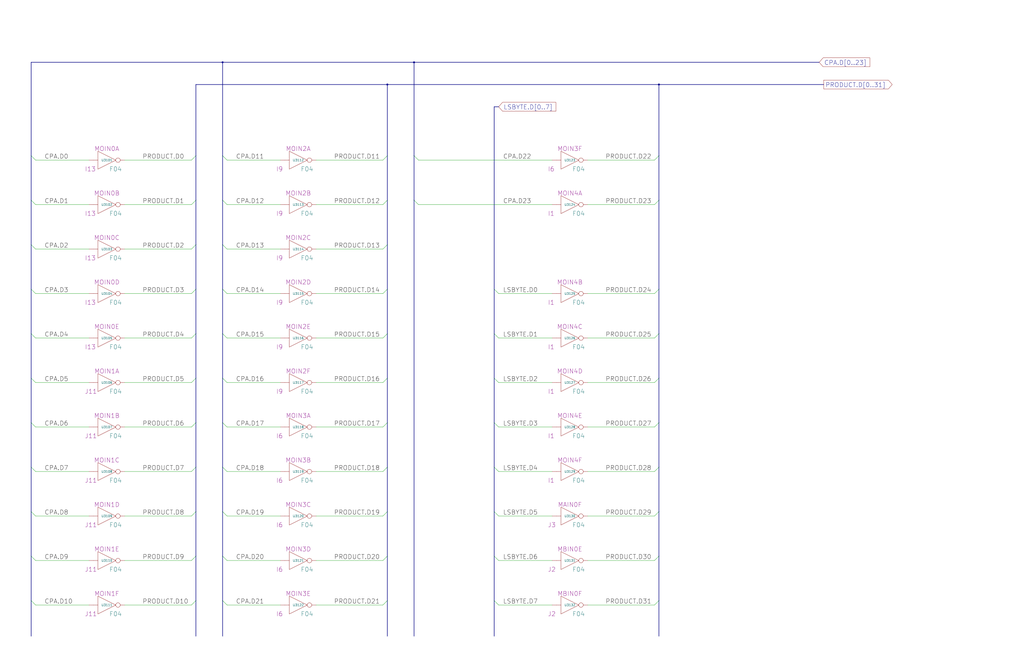
<source format=kicad_sch>
(kicad_sch (version 20211123) (generator eeschema)
  (paper "User" 584.2 378.46)
  (title_block (title "MULTIPLIER OUTPUT INVERTER") (date "22-MAR-90") (rev "1.0") (comment 1 "VALUE") (comment 2 "232-003063") (comment 3 "S400") (comment 4 "RELEASED"))
  (lib_symbols
    (symbol "r1000:F04" (pin_numbers hide) (pin_names hide)
      (property "Reference" "U" (at 0 0 0))
      (property "Value" "F04" (at 1.27 -5.08 0))
      (property "Location" "___" (at -12.7 -5.08 0))
      (property "Name" "______" (at 0 5.08 0))
      (symbol "F04_0_1"
        (polyline (pts (xy -7.62 0) (xy -5.08 0)) (stroke (width 0.1524)))
        (polyline (pts (xy -5.08 5.08) (xy -5.08 -5.08)) (stroke (width 0.1524)))
        (polyline (pts (xy 5.08 0) (xy -5.08 -5.08)) (stroke (width 0.1524)))
        (polyline (pts (xy 5.08 0) (xy -5.08 5.08)) (stroke (width 0.1524)))
        (circle (center 6.35 0) (radius 1.27) (stroke (width 0.1524)))
      )
      (symbol "F04_1_1"
        (pin input line (at -10.16 0 0) (length 2.54) (name "D") (number "1"))
        (pin output line (at 10.16 0 180) (length 2.54) (name "Q") (number "2"))
      )
    )
  )
  (bus (pts (xy 111.76 114.3) (xy 111.76 139.7)))
  (bus (pts (xy 111.76 139.7) (xy 111.76 165.1)))
  (bus (pts (xy 111.76 165.1) (xy 111.76 190.5)))
  (bus (pts (xy 111.76 190.5) (xy 111.76 215.9)))
  (bus (pts (xy 111.76 215.9) (xy 111.76 241.3)))
  (bus (pts (xy 111.76 241.3) (xy 111.76 266.7)))
  (bus (pts (xy 111.76 266.7) (xy 111.76 292.1)))
  (bus (pts (xy 111.76 292.1) (xy 111.76 317.5)))
  (bus (pts (xy 111.76 317.5) (xy 111.76 342.9)))
  (bus (pts (xy 111.76 342.9) (xy 111.76 363.22)))
  (bus (pts (xy 111.76 48.26) (xy 111.76 88.9)))
  (bus (pts (xy 111.76 48.26) (xy 220.98 48.26)))
  (bus (pts (xy 111.76 88.9) (xy 111.76 114.3)))
  (bus (pts (xy 127 114.3) (xy 127 139.7)))
  (bus (pts (xy 127 139.7) (xy 127 165.1)))
  (bus (pts (xy 127 165.1) (xy 127 190.5)))
  (bus (pts (xy 127 190.5) (xy 127 215.9)))
  (bus (pts (xy 127 215.9) (xy 127 241.3)))
  (bus (pts (xy 127 241.3) (xy 127 266.7)))
  (bus (pts (xy 127 266.7) (xy 127 292.1)))
  (bus (pts (xy 127 292.1) (xy 127 317.5)))
  (bus (pts (xy 127 317.5) (xy 127 342.9)))
  (bus (pts (xy 127 342.9) (xy 127 363.22)))
  (bus (pts (xy 127 35.56) (xy 127 88.9)))
  (bus (pts (xy 127 35.56) (xy 236.22 35.56)))
  (bus (pts (xy 127 88.9) (xy 127 114.3)))
  (bus (pts (xy 17.78 114.3) (xy 17.78 139.7)))
  (bus (pts (xy 17.78 139.7) (xy 17.78 165.1)))
  (bus (pts (xy 17.78 165.1) (xy 17.78 190.5)))
  (bus (pts (xy 17.78 190.5) (xy 17.78 215.9)))
  (bus (pts (xy 17.78 215.9) (xy 17.78 241.3)))
  (bus (pts (xy 17.78 241.3) (xy 17.78 266.7)))
  (bus (pts (xy 17.78 266.7) (xy 17.78 292.1)))
  (bus (pts (xy 17.78 292.1) (xy 17.78 317.5)))
  (bus (pts (xy 17.78 317.5) (xy 17.78 342.9)))
  (bus (pts (xy 17.78 342.9) (xy 17.78 363.22)))
  (bus (pts (xy 17.78 35.56) (xy 127 35.56)))
  (bus (pts (xy 17.78 35.56) (xy 17.78 88.9)))
  (bus (pts (xy 17.78 88.9) (xy 17.78 114.3)))
  (bus (pts (xy 220.98 114.3) (xy 220.98 139.7)))
  (bus (pts (xy 220.98 139.7) (xy 220.98 165.1)))
  (bus (pts (xy 220.98 165.1) (xy 220.98 190.5)))
  (bus (pts (xy 220.98 190.5) (xy 220.98 215.9)))
  (bus (pts (xy 220.98 215.9) (xy 220.98 241.3)))
  (bus (pts (xy 220.98 241.3) (xy 220.98 266.7)))
  (bus (pts (xy 220.98 266.7) (xy 220.98 292.1)))
  (bus (pts (xy 220.98 292.1) (xy 220.98 317.5)))
  (bus (pts (xy 220.98 317.5) (xy 220.98 342.9)))
  (bus (pts (xy 220.98 342.9) (xy 220.98 363.22)))
  (bus (pts (xy 220.98 48.26) (xy 220.98 88.9)))
  (bus (pts (xy 220.98 48.26) (xy 375.92 48.26)))
  (bus (pts (xy 220.98 88.9) (xy 220.98 114.3)))
  (bus (pts (xy 236.22 114.3) (xy 236.22 363.22)))
  (bus (pts (xy 236.22 35.56) (xy 236.22 88.9)))
  (bus (pts (xy 236.22 35.56) (xy 467.36 35.56)))
  (bus (pts (xy 236.22 88.9) (xy 236.22 114.3)))
  (bus (pts (xy 281.94 165.1) (xy 281.94 190.5)))
  (bus (pts (xy 281.94 190.5) (xy 281.94 215.9)))
  (bus (pts (xy 281.94 215.9) (xy 281.94 241.3)))
  (bus (pts (xy 281.94 241.3) (xy 281.94 266.7)))
  (bus (pts (xy 281.94 266.7) (xy 281.94 292.1)))
  (bus (pts (xy 281.94 292.1) (xy 281.94 317.5)))
  (bus (pts (xy 281.94 317.5) (xy 281.94 342.9)))
  (bus (pts (xy 281.94 342.9) (xy 281.94 363.22)))
  (bus (pts (xy 281.94 60.96) (xy 281.94 165.1)))
  (bus (pts (xy 281.94 60.96) (xy 284.48 60.96)))
  (bus (pts (xy 375.92 114.3) (xy 375.92 165.1)))
  (bus (pts (xy 375.92 165.1) (xy 375.92 190.5)))
  (bus (pts (xy 375.92 190.5) (xy 375.92 215.9)))
  (bus (pts (xy 375.92 215.9) (xy 375.92 241.3)))
  (bus (pts (xy 375.92 241.3) (xy 375.92 266.7)))
  (bus (pts (xy 375.92 266.7) (xy 375.92 292.1)))
  (bus (pts (xy 375.92 292.1) (xy 375.92 317.5)))
  (bus (pts (xy 375.92 317.5) (xy 375.92 342.9)))
  (bus (pts (xy 375.92 342.9) (xy 375.92 363.22)))
  (bus (pts (xy 375.92 48.26) (xy 375.92 88.9)))
  (bus (pts (xy 375.92 48.26) (xy 469.9 48.26)))
  (bus (pts (xy 375.92 88.9) (xy 375.92 114.3)))
  (wire (pts (xy 129.54 116.84) (xy 160.02 116.84)))
  (wire (pts (xy 129.54 142.24) (xy 160.02 142.24)))
  (wire (pts (xy 129.54 167.64) (xy 160.02 167.64)))
  (wire (pts (xy 129.54 193.04) (xy 160.02 193.04)))
  (wire (pts (xy 129.54 218.44) (xy 160.02 218.44)))
  (wire (pts (xy 129.54 243.84) (xy 160.02 243.84)))
  (wire (pts (xy 129.54 269.24) (xy 160.02 269.24)))
  (wire (pts (xy 129.54 294.64) (xy 160.02 294.64)))
  (wire (pts (xy 129.54 320.04) (xy 160.02 320.04)))
  (wire (pts (xy 129.54 345.44) (xy 160.02 345.44)))
  (wire (pts (xy 129.54 91.44) (xy 160.02 91.44)))
  (wire (pts (xy 180.34 116.84) (xy 218.44 116.84)))
  (wire (pts (xy 180.34 142.24) (xy 218.44 142.24)))
  (wire (pts (xy 180.34 167.64) (xy 218.44 167.64)))
  (wire (pts (xy 180.34 193.04) (xy 218.44 193.04)))
  (wire (pts (xy 180.34 218.44) (xy 218.44 218.44)))
  (wire (pts (xy 180.34 243.84) (xy 218.44 243.84)))
  (wire (pts (xy 180.34 269.24) (xy 218.44 269.24)))
  (wire (pts (xy 180.34 294.64) (xy 218.44 294.64)))
  (wire (pts (xy 180.34 320.04) (xy 218.44 320.04)))
  (wire (pts (xy 180.34 345.44) (xy 218.44 345.44)))
  (wire (pts (xy 180.34 91.44) (xy 218.44 91.44)))
  (wire (pts (xy 20.32 116.84) (xy 50.8 116.84)))
  (wire (pts (xy 20.32 142.24) (xy 50.8 142.24)))
  (wire (pts (xy 20.32 167.64) (xy 50.8 167.64)))
  (wire (pts (xy 20.32 193.04) (xy 50.8 193.04)))
  (wire (pts (xy 20.32 218.44) (xy 50.8 218.44)))
  (wire (pts (xy 20.32 243.84) (xy 50.8 243.84)))
  (wire (pts (xy 20.32 269.24) (xy 50.8 269.24)))
  (wire (pts (xy 20.32 294.64) (xy 50.8 294.64)))
  (wire (pts (xy 20.32 320.04) (xy 50.8 320.04)))
  (wire (pts (xy 20.32 345.44) (xy 50.8 345.44)))
  (wire (pts (xy 20.32 91.44) (xy 50.8 91.44)))
  (wire (pts (xy 238.76 116.84) (xy 314.96 116.84)))
  (wire (pts (xy 238.76 91.44) (xy 314.96 91.44)))
  (wire (pts (xy 284.48 167.64) (xy 314.96 167.64)))
  (wire (pts (xy 284.48 193.04) (xy 314.96 193.04)))
  (wire (pts (xy 284.48 218.44) (xy 314.96 218.44)))
  (wire (pts (xy 284.48 243.84) (xy 314.96 243.84)))
  (wire (pts (xy 284.48 269.24) (xy 314.96 269.24)))
  (wire (pts (xy 284.48 294.64) (xy 314.96 294.64)))
  (wire (pts (xy 284.48 320.04) (xy 314.96 320.04)))
  (wire (pts (xy 284.48 345.44) (xy 314.96 345.44)))
  (wire (pts (xy 335.28 116.84) (xy 373.38 116.84)))
  (wire (pts (xy 335.28 167.64) (xy 373.38 167.64)))
  (wire (pts (xy 335.28 193.04) (xy 373.38 193.04)))
  (wire (pts (xy 335.28 218.44) (xy 373.38 218.44)))
  (wire (pts (xy 335.28 243.84) (xy 373.38 243.84)))
  (wire (pts (xy 335.28 269.24) (xy 373.38 269.24)))
  (wire (pts (xy 335.28 294.64) (xy 373.38 294.64)))
  (wire (pts (xy 335.28 320.04) (xy 373.38 320.04)))
  (wire (pts (xy 335.28 345.44) (xy 373.38 345.44)))
  (wire (pts (xy 335.28 91.44) (xy 373.38 91.44)))
  (wire (pts (xy 71.12 116.84) (xy 109.22 116.84)))
  (wire (pts (xy 71.12 142.24) (xy 109.22 142.24)))
  (wire (pts (xy 71.12 167.64) (xy 109.22 167.64)))
  (wire (pts (xy 71.12 193.04) (xy 109.22 193.04)))
  (wire (pts (xy 71.12 218.44) (xy 109.22 218.44)))
  (wire (pts (xy 71.12 243.84) (xy 109.22 243.84)))
  (wire (pts (xy 71.12 269.24) (xy 109.22 269.24)))
  (wire (pts (xy 71.12 294.64) (xy 109.22 294.64)))
  (wire (pts (xy 71.12 320.04) (xy 109.22 320.04)))
  (wire (pts (xy 71.12 345.44) (xy 109.22 345.44)))
  (wire (pts (xy 71.12 91.44) (xy 109.22 91.44)))
  (bus_entry (at 17.78 88.9) (size 2.54 2.54))
  (bus_entry (at 17.78 114.3) (size 2.54 2.54))
  (bus_entry (at 17.78 139.7) (size 2.54 2.54))
  (bus_entry (at 17.78 165.1) (size 2.54 2.54))
  (bus_entry (at 17.78 190.5) (size 2.54 2.54))
  (bus_entry (at 17.78 215.9) (size 2.54 2.54))
  (bus_entry (at 17.78 241.3) (size 2.54 2.54))
  (bus_entry (at 17.78 266.7) (size 2.54 2.54))
  (bus_entry (at 17.78 292.1) (size 2.54 2.54))
  (bus_entry (at 17.78 317.5) (size 2.54 2.54))
  (bus_entry (at 17.78 342.9) (size 2.54 2.54))
  (label "CPA.D0" (at 25.4 91.44 0) (effects (font (size 2.54 2.54))))
  (label "CPA.D1" (at 25.4 116.84 0) (effects (font (size 2.54 2.54))))
  (label "CPA.D2" (at 25.4 142.24 0) (effects (font (size 2.54 2.54))))
  (label "CPA.D3" (at 25.4 167.64 0) (effects (font (size 2.54 2.54))))
  (label "CPA.D4" (at 25.4 193.04 0) (effects (font (size 2.54 2.54))))
  (label "CPA.D5" (at 25.4 218.44 0) (effects (font (size 2.54 2.54))))
  (label "CPA.D6" (at 25.4 243.84 0) (effects (font (size 2.54 2.54))))
  (label "CPA.D7" (at 25.4 269.24 0) (effects (font (size 2.54 2.54))))
  (label "CPA.D8" (at 25.4 294.64 0) (effects (font (size 2.54 2.54))))
  (label "CPA.D9" (at 25.4 320.04 0) (effects (font (size 2.54 2.54))))
  (label "CPA.D10" (at 25.4 345.44 0) (effects (font (size 2.54 2.54))))
  (symbol (lib_id "r1000:F04") (at 60.96 91.44 0) (unit 1)
    (property "Reference" "U3101" (at 60.96 91.44 0))
    (property "Value" "F04" (at 62.23 96.52 0) (effects (font (size 2.54 2.54)) (justify left)))
    (property "Location" "I13" (at 48.26 96.52 0) (effects (font (size 2.54 2.54)) (justify left)))
    (property "Name" "MOIN0A" (at 60.96 86.36 0) (effects (font (size 2.54 2.54)) (justify bottom)))
  )
  (symbol (lib_id "r1000:F04") (at 60.96 116.84 0) (unit 1)
    (property "Reference" "U3102" (at 60.96 116.84 0))
    (property "Value" "F04" (at 62.23 121.92 0) (effects (font (size 2.54 2.54)) (justify left)))
    (property "Location" "I13" (at 48.26 121.92 0) (effects (font (size 2.54 2.54)) (justify left)))
    (property "Name" "MOIN0B" (at 60.96 111.76 0) (effects (font (size 2.54 2.54)) (justify bottom)))
  )
  (symbol (lib_id "r1000:F04") (at 60.96 142.24 0) (unit 1)
    (property "Reference" "U3103" (at 60.96 142.24 0))
    (property "Value" "F04" (at 62.23 147.32 0) (effects (font (size 2.54 2.54)) (justify left)))
    (property "Location" "I13" (at 48.26 147.32 0) (effects (font (size 2.54 2.54)) (justify left)))
    (property "Name" "MOIN0C" (at 60.96 137.16 0) (effects (font (size 2.54 2.54)) (justify bottom)))
  )
  (symbol (lib_id "r1000:F04") (at 60.96 167.64 0) (unit 1)
    (property "Reference" "U3104" (at 60.96 167.64 0))
    (property "Value" "F04" (at 62.23 172.72 0) (effects (font (size 2.54 2.54)) (justify left)))
    (property "Location" "I13" (at 48.26 172.72 0) (effects (font (size 2.54 2.54)) (justify left)))
    (property "Name" "MOIN0D" (at 60.96 162.56 0) (effects (font (size 2.54 2.54)) (justify bottom)))
  )
  (symbol (lib_id "r1000:F04") (at 60.96 193.04 0) (unit 1)
    (property "Reference" "U3105" (at 60.96 193.04 0))
    (property "Value" "F04" (at 62.23 198.12 0) (effects (font (size 2.54 2.54)) (justify left)))
    (property "Location" "I13" (at 48.26 198.12 0) (effects (font (size 2.54 2.54)) (justify left)))
    (property "Name" "MOIN0E" (at 60.96 187.96 0) (effects (font (size 2.54 2.54)) (justify bottom)))
  )
  (symbol (lib_id "r1000:F04") (at 60.96 218.44 0) (unit 1)
    (property "Reference" "U3106" (at 60.96 218.44 0))
    (property "Value" "F04" (at 62.23 223.52 0) (effects (font (size 2.54 2.54)) (justify left)))
    (property "Location" "J11" (at 48.26 223.52 0) (effects (font (size 2.54 2.54)) (justify left)))
    (property "Name" "MOIN1A" (at 60.96 213.36 0) (effects (font (size 2.54 2.54)) (justify bottom)))
  )
  (symbol (lib_id "r1000:F04") (at 60.96 243.84 0) (unit 1)
    (property "Reference" "U3107" (at 60.96 243.84 0))
    (property "Value" "F04" (at 62.23 248.92 0) (effects (font (size 2.54 2.54)) (justify left)))
    (property "Location" "J11" (at 48.26 248.92 0) (effects (font (size 2.54 2.54)) (justify left)))
    (property "Name" "MOIN1B" (at 60.96 238.76 0) (effects (font (size 2.54 2.54)) (justify bottom)))
  )
  (symbol (lib_id "r1000:F04") (at 60.96 269.24 0) (unit 1)
    (property "Reference" "U3108" (at 60.96 269.24 0))
    (property "Value" "F04" (at 62.23 274.32 0) (effects (font (size 2.54 2.54)) (justify left)))
    (property "Location" "J11" (at 48.26 274.32 0) (effects (font (size 2.54 2.54)) (justify left)))
    (property "Name" "MOIN1C" (at 60.96 264.16 0) (effects (font (size 2.54 2.54)) (justify bottom)))
  )
  (symbol (lib_id "r1000:F04") (at 60.96 294.64 0) (unit 1)
    (property "Reference" "U3109" (at 60.96 294.64 0))
    (property "Value" "F04" (at 62.23 299.72 0) (effects (font (size 2.54 2.54)) (justify left)))
    (property "Location" "J11" (at 48.26 299.72 0) (effects (font (size 2.54 2.54)) (justify left)))
    (property "Name" "MOIN1D" (at 60.96 289.56 0) (effects (font (size 2.54 2.54)) (justify bottom)))
  )
  (symbol (lib_id "r1000:F04") (at 60.96 320.04 0) (unit 1)
    (property "Reference" "U3110" (at 60.96 320.04 0))
    (property "Value" "F04" (at 62.23 325.12 0) (effects (font (size 2.54 2.54)) (justify left)))
    (property "Location" "J11" (at 48.26 325.12 0) (effects (font (size 2.54 2.54)) (justify left)))
    (property "Name" "MOIN1E" (at 60.96 314.96 0) (effects (font (size 2.54 2.54)) (justify bottom)))
  )
  (symbol (lib_id "r1000:F04") (at 60.96 345.44 0) (unit 1)
    (property "Reference" "U3111" (at 60.96 345.44 0))
    (property "Value" "F04" (at 62.23 350.52 0) (effects (font (size 2.54 2.54)) (justify left)))
    (property "Location" "J11" (at 48.26 350.52 0) (effects (font (size 2.54 2.54)) (justify left)))
    (property "Name" "MOIN1F" (at 60.96 340.36 0) (effects (font (size 2.54 2.54)) (justify bottom)))
  )
  (label "PRODUCT.D0" (at 81.28 91.44 0) (effects (font (size 2.54 2.54))))
  (label "PRODUCT.D1" (at 81.28 116.84 0) (effects (font (size 2.54 2.54))))
  (label "PRODUCT.D2" (at 81.28 142.24 0) (effects (font (size 2.54 2.54))))
  (label "PRODUCT.D3" (at 81.28 167.64 0) (effects (font (size 2.54 2.54))))
  (label "PRODUCT.D4" (at 81.28 193.04 0) (effects (font (size 2.54 2.54))))
  (label "PRODUCT.D5" (at 81.28 218.44 0) (effects (font (size 2.54 2.54))))
  (label "PRODUCT.D6" (at 81.28 243.84 0) (effects (font (size 2.54 2.54))))
  (label "PRODUCT.D7" (at 81.28 269.24 0) (effects (font (size 2.54 2.54))))
  (label "PRODUCT.D8" (at 81.28 294.64 0) (effects (font (size 2.54 2.54))))
  (label "PRODUCT.D9" (at 81.28 320.04 0) (effects (font (size 2.54 2.54))))
  (label "PRODUCT.D10" (at 81.28 345.44 0) (effects (font (size 2.54 2.54))))
  (bus_entry (at 111.76 88.9) (size -2.54 2.54))
  (bus_entry (at 111.76 114.3) (size -2.54 2.54))
  (bus_entry (at 111.76 139.7) (size -2.54 2.54))
  (bus_entry (at 111.76 165.1) (size -2.54 2.54))
  (bus_entry (at 111.76 190.5) (size -2.54 2.54))
  (bus_entry (at 111.76 215.9) (size -2.54 2.54))
  (bus_entry (at 111.76 241.3) (size -2.54 2.54))
  (bus_entry (at 111.76 266.7) (size -2.54 2.54))
  (bus_entry (at 111.76 292.1) (size -2.54 2.54))
  (bus_entry (at 111.76 317.5) (size -2.54 2.54))
  (bus_entry (at 111.76 342.9) (size -2.54 2.54))
  (junction (at 127 35.56))
  (bus_entry (at 127 88.9) (size 2.54 2.54))
  (bus_entry (at 127 114.3) (size 2.54 2.54))
  (bus_entry (at 127 139.7) (size 2.54 2.54))
  (bus_entry (at 127 165.1) (size 2.54 2.54))
  (bus_entry (at 127 190.5) (size 2.54 2.54))
  (bus_entry (at 127 215.9) (size 2.54 2.54))
  (bus_entry (at 127 241.3) (size 2.54 2.54))
  (bus_entry (at 127 266.7) (size 2.54 2.54))
  (bus_entry (at 127 292.1) (size 2.54 2.54))
  (bus_entry (at 127 317.5) (size 2.54 2.54))
  (bus_entry (at 127 342.9) (size 2.54 2.54))
  (label "CPA.D11" (at 134.62 91.44 0) (effects (font (size 2.54 2.54))))
  (label "CPA.D12" (at 134.62 116.84 0) (effects (font (size 2.54 2.54))))
  (label "CPA.D13" (at 134.62 142.24 0) (effects (font (size 2.54 2.54))))
  (label "CPA.D14" (at 134.62 167.64 0) (effects (font (size 2.54 2.54))))
  (label "CPA.D15" (at 134.62 193.04 0) (effects (font (size 2.54 2.54))))
  (label "CPA.D16" (at 134.62 218.44 0) (effects (font (size 2.54 2.54))))
  (label "CPA.D17" (at 134.62 243.84 0) (effects (font (size 2.54 2.54))))
  (label "CPA.D18" (at 134.62 269.24 0) (effects (font (size 2.54 2.54))))
  (label "CPA.D19" (at 134.62 294.64 0) (effects (font (size 2.54 2.54))))
  (label "CPA.D20" (at 134.62 320.04 0) (effects (font (size 2.54 2.54))))
  (label "CPA.D21" (at 134.62 345.44 0) (effects (font (size 2.54 2.54))))
  (symbol (lib_id "r1000:F04") (at 170.18 91.44 0) (unit 1)
    (property "Reference" "U3112" (at 170.18 91.44 0))
    (property "Value" "F04" (at 171.45 96.52 0) (effects (font (size 2.54 2.54)) (justify left)))
    (property "Location" "I9" (at 157.48 96.52 0) (effects (font (size 2.54 2.54)) (justify left)))
    (property "Name" "MOIN2A" (at 170.18 86.36 0) (effects (font (size 2.54 2.54)) (justify bottom)))
  )
  (symbol (lib_id "r1000:F04") (at 170.18 116.84 0) (unit 1)
    (property "Reference" "U3113" (at 170.18 116.84 0))
    (property "Value" "F04" (at 171.45 121.92 0) (effects (font (size 2.54 2.54)) (justify left)))
    (property "Location" "I9" (at 157.48 121.92 0) (effects (font (size 2.54 2.54)) (justify left)))
    (property "Name" "MOIN2B" (at 170.18 111.76 0) (effects (font (size 2.54 2.54)) (justify bottom)))
  )
  (symbol (lib_id "r1000:F04") (at 170.18 142.24 0) (unit 1)
    (property "Reference" "U3114" (at 170.18 142.24 0))
    (property "Value" "F04" (at 171.45 147.32 0) (effects (font (size 2.54 2.54)) (justify left)))
    (property "Location" "I9" (at 157.48 147.32 0) (effects (font (size 2.54 2.54)) (justify left)))
    (property "Name" "MOIN2C" (at 170.18 137.16 0) (effects (font (size 2.54 2.54)) (justify bottom)))
  )
  (symbol (lib_id "r1000:F04") (at 170.18 167.64 0) (unit 1)
    (property "Reference" "U3115" (at 170.18 167.64 0))
    (property "Value" "F04" (at 171.45 172.72 0) (effects (font (size 2.54 2.54)) (justify left)))
    (property "Location" "I9" (at 157.48 172.72 0) (effects (font (size 2.54 2.54)) (justify left)))
    (property "Name" "MOIN2D" (at 170.18 162.56 0) (effects (font (size 2.54 2.54)) (justify bottom)))
  )
  (symbol (lib_id "r1000:F04") (at 170.18 193.04 0) (unit 1)
    (property "Reference" "U3116" (at 170.18 193.04 0))
    (property "Value" "F04" (at 171.45 198.12 0) (effects (font (size 2.54 2.54)) (justify left)))
    (property "Location" "I9" (at 157.48 198.12 0) (effects (font (size 2.54 2.54)) (justify left)))
    (property "Name" "MOIN2E" (at 170.18 187.96 0) (effects (font (size 2.54 2.54)) (justify bottom)))
  )
  (symbol (lib_id "r1000:F04") (at 170.18 218.44 0) (unit 1)
    (property "Reference" "U3117" (at 170.18 218.44 0))
    (property "Value" "F04" (at 171.45 223.52 0) (effects (font (size 2.54 2.54)) (justify left)))
    (property "Location" "I9" (at 157.48 223.52 0) (effects (font (size 2.54 2.54)) (justify left)))
    (property "Name" "MOIN2F" (at 170.18 213.36 0) (effects (font (size 2.54 2.54)) (justify bottom)))
  )
  (symbol (lib_id "r1000:F04") (at 170.18 243.84 0) (unit 1)
    (property "Reference" "U3118" (at 170.18 243.84 0))
    (property "Value" "F04" (at 171.45 248.92 0) (effects (font (size 2.54 2.54)) (justify left)))
    (property "Location" "I6" (at 157.48 248.92 0) (effects (font (size 2.54 2.54)) (justify left)))
    (property "Name" "MOIN3A" (at 170.18 238.76 0) (effects (font (size 2.54 2.54)) (justify bottom)))
  )
  (symbol (lib_id "r1000:F04") (at 170.18 269.24 0) (unit 1)
    (property "Reference" "U3119" (at 170.18 269.24 0))
    (property "Value" "F04" (at 171.45 274.32 0) (effects (font (size 2.54 2.54)) (justify left)))
    (property "Location" "I6" (at 157.48 274.32 0) (effects (font (size 2.54 2.54)) (justify left)))
    (property "Name" "MOIN3B" (at 170.18 264.16 0) (effects (font (size 2.54 2.54)) (justify bottom)))
  )
  (symbol (lib_id "r1000:F04") (at 170.18 294.64 0) (unit 1)
    (property "Reference" "U3120" (at 170.18 294.64 0))
    (property "Value" "F04" (at 171.45 299.72 0) (effects (font (size 2.54 2.54)) (justify left)))
    (property "Location" "I6" (at 157.48 299.72 0) (effects (font (size 2.54 2.54)) (justify left)))
    (property "Name" "MOIN3C" (at 170.18 289.56 0) (effects (font (size 2.54 2.54)) (justify bottom)))
  )
  (symbol (lib_id "r1000:F04") (at 170.18 320.04 0) (unit 1)
    (property "Reference" "U3121" (at 170.18 320.04 0))
    (property "Value" "F04" (at 171.45 325.12 0) (effects (font (size 2.54 2.54)) (justify left)))
    (property "Location" "I6" (at 157.48 325.12 0) (effects (font (size 2.54 2.54)) (justify left)))
    (property "Name" "MOIN3D" (at 170.18 314.96 0) (effects (font (size 2.54 2.54)) (justify bottom)))
  )
  (symbol (lib_id "r1000:F04") (at 170.18 345.44 0) (unit 1)
    (property "Reference" "U3122" (at 170.18 345.44 0))
    (property "Value" "F04" (at 171.45 350.52 0) (effects (font (size 2.54 2.54)) (justify left)))
    (property "Location" "I6" (at 157.48 350.52 0) (effects (font (size 2.54 2.54)) (justify left)))
    (property "Name" "MOIN3E" (at 170.18 340.36 0) (effects (font (size 2.54 2.54)) (justify bottom)))
  )
  (label "PRODUCT.D11" (at 190.5 91.44 0) (effects (font (size 2.54 2.54))))
  (label "PRODUCT.D12" (at 190.5 116.84 0) (effects (font (size 2.54 2.54))))
  (label "PRODUCT.D13" (at 190.5 142.24 0) (effects (font (size 2.54 2.54))))
  (label "PRODUCT.D14" (at 190.5 167.64 0) (effects (font (size 2.54 2.54))))
  (label "PRODUCT.D15" (at 190.5 193.04 0) (effects (font (size 2.54 2.54))))
  (label "PRODUCT.D16" (at 190.5 218.44 0) (effects (font (size 2.54 2.54))))
  (label "PRODUCT.D17" (at 190.5 243.84 0) (effects (font (size 2.54 2.54))))
  (label "PRODUCT.D18" (at 190.5 269.24 0) (effects (font (size 2.54 2.54))))
  (label "PRODUCT.D19" (at 190.5 294.64 0) (effects (font (size 2.54 2.54))))
  (label "PRODUCT.D20" (at 190.5 320.04 0) (effects (font (size 2.54 2.54))))
  (label "PRODUCT.D21" (at 190.5 345.44 0) (effects (font (size 2.54 2.54))))
  (junction (at 220.98 48.26))
  (bus_entry (at 220.98 88.9) (size -2.54 2.54))
  (bus_entry (at 220.98 114.3) (size -2.54 2.54))
  (bus_entry (at 220.98 139.7) (size -2.54 2.54))
  (bus_entry (at 220.98 165.1) (size -2.54 2.54))
  (bus_entry (at 220.98 190.5) (size -2.54 2.54))
  (bus_entry (at 220.98 215.9) (size -2.54 2.54))
  (bus_entry (at 220.98 241.3) (size -2.54 2.54))
  (bus_entry (at 220.98 266.7) (size -2.54 2.54))
  (bus_entry (at 220.98 292.1) (size -2.54 2.54))
  (bus_entry (at 220.98 317.5) (size -2.54 2.54))
  (bus_entry (at 220.98 342.9) (size -2.54 2.54))
  (junction (at 236.22 35.56))
  (bus_entry (at 236.22 88.9) (size 2.54 2.54))
  (bus_entry (at 236.22 114.3) (size 2.54 2.54))
  (bus_entry (at 281.94 165.1) (size 2.54 2.54))
  (bus_entry (at 281.94 190.5) (size 2.54 2.54))
  (bus_entry (at 281.94 215.9) (size 2.54 2.54))
  (bus_entry (at 281.94 241.3) (size 2.54 2.54))
  (bus_entry (at 281.94 266.7) (size 2.54 2.54))
  (bus_entry (at 281.94 292.1) (size 2.54 2.54))
  (bus_entry (at 281.94 317.5) (size 2.54 2.54))
  (bus_entry (at 281.94 342.9) (size 2.54 2.54))
  (global_label "LSBYTE.D[0..7]" (shape input) (at 284.48 60.96 0) (effects (font (size 2.54 2.54))) (property "Intersheet References" "${INTERSHEET_REFS}" (at 317.125 60.8013 0) (effects (font (size 2.54 2.54)) (justify left))))
  (label "CPA.D22" (at 287.02 91.44 0) (effects (font (size 2.54 2.54))))
  (label "CPA.D23" (at 287.02 116.84 0) (effects (font (size 2.54 2.54))))
  (label "LSBYTE.D0" (at 287.02 167.64 0) (effects (font (size 2.54 2.54))))
  (label "LSBYTE.D1" (at 287.02 193.04 0) (effects (font (size 2.54 2.54))))
  (label "LSBYTE.D2" (at 287.02 218.44 0) (effects (font (size 2.54 2.54))))
  (label "LSBYTE.D3" (at 287.02 243.84 0) (effects (font (size 2.54 2.54))))
  (label "LSBYTE.D4" (at 287.02 269.24 0) (effects (font (size 2.54 2.54))))
  (label "LSBYTE.D5" (at 287.02 294.64 0) (effects (font (size 2.54 2.54))))
  (label "LSBYTE.D6" (at 287.02 320.04 0) (effects (font (size 2.54 2.54))))
  (label "LSBYTE.D7" (at 287.02 345.44 0) (effects (font (size 2.54 2.54))))
  (symbol (lib_id "r1000:F04") (at 325.12 91.44 0) (unit 1)
    (property "Reference" "U3123" (at 325.12 91.44 0))
    (property "Value" "F04" (at 326.39 96.52 0) (effects (font (size 2.54 2.54)) (justify left)))
    (property "Location" "I6" (at 312.42 96.52 0) (effects (font (size 2.54 2.54)) (justify left)))
    (property "Name" "MOIN3F" (at 325.12 86.36 0) (effects (font (size 2.54 2.54)) (justify bottom)))
  )
  (symbol (lib_id "r1000:F04") (at 325.12 116.84 0) (unit 1)
    (property "Reference" "U3124" (at 325.12 116.84 0))
    (property "Value" "F04" (at 326.39 121.92 0) (effects (font (size 2.54 2.54)) (justify left)))
    (property "Location" "I1" (at 312.42 121.92 0) (effects (font (size 2.54 2.54)) (justify left)))
    (property "Name" "MOIN4A" (at 325.12 111.76 0) (effects (font (size 2.54 2.54)) (justify bottom)))
  )
  (symbol (lib_id "r1000:F04") (at 325.12 167.64 0) (unit 1)
    (property "Reference" "U3125" (at 325.12 167.64 0))
    (property "Value" "F04" (at 326.39 172.72 0) (effects (font (size 2.54 2.54)) (justify left)))
    (property "Location" "I1" (at 312.42 172.72 0) (effects (font (size 2.54 2.54)) (justify left)))
    (property "Name" "MOIN4B" (at 325.12 162.56 0) (effects (font (size 2.54 2.54)) (justify bottom)))
  )
  (symbol (lib_id "r1000:F04") (at 325.12 193.04 0) (unit 1)
    (property "Reference" "U3126" (at 325.12 193.04 0))
    (property "Value" "F04" (at 326.39 198.12 0) (effects (font (size 2.54 2.54)) (justify left)))
    (property "Location" "I1" (at 312.42 198.12 0) (effects (font (size 2.54 2.54)) (justify left)))
    (property "Name" "MOIN4C" (at 325.12 187.96 0) (effects (font (size 2.54 2.54)) (justify bottom)))
  )
  (symbol (lib_id "r1000:F04") (at 325.12 218.44 0) (unit 1)
    (property "Reference" "U3127" (at 325.12 218.44 0))
    (property "Value" "F04" (at 326.39 223.52 0) (effects (font (size 2.54 2.54)) (justify left)))
    (property "Location" "I1" (at 312.42 223.52 0) (effects (font (size 2.54 2.54)) (justify left)))
    (property "Name" "MOIN4D" (at 325.12 213.36 0) (effects (font (size 2.54 2.54)) (justify bottom)))
  )
  (symbol (lib_id "r1000:F04") (at 325.12 243.84 0) (unit 1)
    (property "Reference" "U3128" (at 325.12 243.84 0))
    (property "Value" "F04" (at 326.39 248.92 0) (effects (font (size 2.54 2.54)) (justify left)))
    (property "Location" "I1" (at 312.42 248.92 0) (effects (font (size 2.54 2.54)) (justify left)))
    (property "Name" "MOIN4E" (at 325.12 238.76 0) (effects (font (size 2.54 2.54)) (justify bottom)))
  )
  (symbol (lib_id "r1000:F04") (at 325.12 269.24 0) (unit 1)
    (property "Reference" "U3129" (at 325.12 269.24 0))
    (property "Value" "F04" (at 326.39 274.32 0) (effects (font (size 2.54 2.54)) (justify left)))
    (property "Location" "I1" (at 312.42 274.32 0) (effects (font (size 2.54 2.54)) (justify left)))
    (property "Name" "MOIN4F" (at 325.12 264.16 0) (effects (font (size 2.54 2.54)) (justify bottom)))
  )
  (symbol (lib_id "r1000:F04") (at 325.12 294.64 0) (unit 1)
    (property "Reference" "U3130" (at 325.12 294.64 0))
    (property "Value" "F04" (at 326.39 299.72 0) (effects (font (size 2.54 2.54)) (justify left)))
    (property "Location" "J3" (at 312.42 299.72 0) (effects (font (size 2.54 2.54)) (justify left)))
    (property "Name" "MAIN0F" (at 325.12 289.56 0) (effects (font (size 2.54 2.54)) (justify bottom)))
  )
  (symbol (lib_id "r1000:F04") (at 325.12 320.04 0) (unit 1)
    (property "Reference" "U3131" (at 325.12 320.04 0))
    (property "Value" "F04" (at 326.39 325.12 0) (effects (font (size 2.54 2.54)) (justify left)))
    (property "Location" "J2" (at 312.42 325.12 0) (effects (font (size 2.54 2.54)) (justify left)))
    (property "Name" "MBIN0E" (at 325.12 314.96 0) (effects (font (size 2.54 2.54)) (justify bottom)))
  )
  (symbol (lib_id "r1000:F04") (at 325.12 345.44 0) (unit 1)
    (property "Reference" "U3132" (at 325.12 345.44 0))
    (property "Value" "F04" (at 326.39 350.52 0) (effects (font (size 2.54 2.54)) (justify left)))
    (property "Location" "J2" (at 312.42 350.52 0) (effects (font (size 2.54 2.54)) (justify left)))
    (property "Name" "MBIN0F" (at 325.12 340.36 0) (effects (font (size 2.54 2.54)) (justify bottom)))
  )
  (label "PRODUCT.D22" (at 345.44 91.44 0) (effects (font (size 2.54 2.54))))
  (label "PRODUCT.D23" (at 345.44 116.84 0) (effects (font (size 2.54 2.54))))
  (label "PRODUCT.D24" (at 345.44 167.64 0) (effects (font (size 2.54 2.54))))
  (label "PRODUCT.D25" (at 345.44 193.04 0) (effects (font (size 2.54 2.54))))
  (label "PRODUCT.D26" (at 345.44 218.44 0) (effects (font (size 2.54 2.54))))
  (label "PRODUCT.D27" (at 345.44 243.84 0) (effects (font (size 2.54 2.54))))
  (label "PRODUCT.D28" (at 345.44 269.24 0) (effects (font (size 2.54 2.54))))
  (label "PRODUCT.D29" (at 345.44 294.64 0) (effects (font (size 2.54 2.54))))
  (label "PRODUCT.D30" (at 345.44 320.04 0) (effects (font (size 2.54 2.54))))
  (label "PRODUCT.D31" (at 345.44 345.44 0) (effects (font (size 2.54 2.54))))
  (junction (at 375.92 48.26))
  (bus_entry (at 375.92 88.9) (size -2.54 2.54))
  (bus_entry (at 375.92 114.3) (size -2.54 2.54))
  (bus_entry (at 375.92 165.1) (size -2.54 2.54))
  (bus_entry (at 375.92 190.5) (size -2.54 2.54))
  (bus_entry (at 375.92 215.9) (size -2.54 2.54))
  (bus_entry (at 375.92 241.3) (size -2.54 2.54))
  (bus_entry (at 375.92 266.7) (size -2.54 2.54))
  (bus_entry (at 375.92 292.1) (size -2.54 2.54))
  (bus_entry (at 375.92 317.5) (size -2.54 2.54))
  (bus_entry (at 375.92 342.9) (size -2.54 2.54))
  (global_label "CPA.D[0..23]" (shape input) (at 467.36 35.56 0) (effects (font (size 2.54 2.54))) (property "Intersheet References" "${INTERSHEET_REFS}" (at 496.2555 35.4013 0) (effects (font (size 2.54 2.54)) (justify left))))
  (global_label "PRODUCT.D[0..31]" (shape output) (at 469.9 48.26 0) (effects (font (size 2.54 2.54))) (property "Intersheet References" "${INTERSHEET_REFS}" (at 508.9555 48.1013 0) (effects (font (size 2.54 2.54)) (justify left))))
)
</source>
